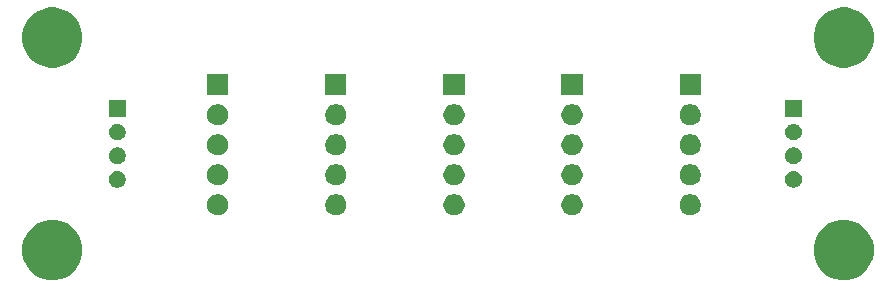
<source format=gts>
G04 #@! TF.GenerationSoftware,KiCad,Pcbnew,(5.1.5)-3*
G04 #@! TF.CreationDate,2020-09-01T16:09:18+01:00*
G04 #@! TF.ProjectId,groveToPi,67726f76-6554-46f5-9069-2e6b69636164,1.1.0*
G04 #@! TF.SameCoordinates,Original*
G04 #@! TF.FileFunction,Soldermask,Top*
G04 #@! TF.FilePolarity,Negative*
%FSLAX46Y46*%
G04 Gerber Fmt 4.6, Leading zero omitted, Abs format (unit mm)*
G04 Created by KiCad (PCBNEW (5.1.5)-3) date 2020-09-01 16:09:18*
%MOMM*%
%LPD*%
G04 APERTURE LIST*
%ADD10C,0.150000*%
G04 APERTURE END LIST*
D10*
G36*
X155744041Y-111547226D02*
G01*
X156208257Y-111739510D01*
X156626042Y-112018665D01*
X156981335Y-112373958D01*
X157260490Y-112791743D01*
X157452774Y-113255959D01*
X157550800Y-113748768D01*
X157550800Y-114251232D01*
X157452774Y-114744041D01*
X157260490Y-115208257D01*
X156981335Y-115626042D01*
X156626042Y-115981335D01*
X156208257Y-116260490D01*
X155744041Y-116452774D01*
X155251232Y-116550800D01*
X154748768Y-116550800D01*
X154255959Y-116452774D01*
X153791743Y-116260490D01*
X153373958Y-115981335D01*
X153018665Y-115626042D01*
X152739510Y-115208257D01*
X152547226Y-114744041D01*
X152449200Y-114251232D01*
X152449200Y-113748768D01*
X152547226Y-113255959D01*
X152739510Y-112791743D01*
X153018665Y-112373958D01*
X153373958Y-112018665D01*
X153791743Y-111739510D01*
X154255959Y-111547226D01*
X154748768Y-111449200D01*
X155251232Y-111449200D01*
X155744041Y-111547226D01*
G37*
G36*
X88744041Y-111547226D02*
G01*
X89208257Y-111739510D01*
X89626042Y-112018665D01*
X89981335Y-112373958D01*
X90260490Y-112791743D01*
X90452774Y-113255959D01*
X90550800Y-113748768D01*
X90550800Y-114251232D01*
X90452774Y-114744041D01*
X90260490Y-115208257D01*
X89981335Y-115626042D01*
X89626042Y-115981335D01*
X89208257Y-116260490D01*
X88744041Y-116452774D01*
X88251232Y-116550800D01*
X87748768Y-116550800D01*
X87255959Y-116452774D01*
X86791743Y-116260490D01*
X86373958Y-115981335D01*
X86018665Y-115626042D01*
X85739510Y-115208257D01*
X85547226Y-114744041D01*
X85449200Y-114251232D01*
X85449200Y-113748768D01*
X85547226Y-113255959D01*
X85739510Y-112791743D01*
X86018665Y-112373958D01*
X86373958Y-112018665D01*
X86791743Y-111739510D01*
X87255959Y-111547226D01*
X87748768Y-111449200D01*
X88251232Y-111449200D01*
X88744041Y-111547226D01*
G37*
G36*
X132262754Y-109293817D02*
G01*
X132426689Y-109361721D01*
X132574227Y-109460303D01*
X132699697Y-109585773D01*
X132798279Y-109733311D01*
X132866183Y-109897246D01*
X132900800Y-110071279D01*
X132900800Y-110248721D01*
X132866183Y-110422754D01*
X132798279Y-110586689D01*
X132699697Y-110734227D01*
X132574227Y-110859697D01*
X132426689Y-110958279D01*
X132262754Y-111026183D01*
X132088721Y-111060800D01*
X131911279Y-111060800D01*
X131737246Y-111026183D01*
X131573311Y-110958279D01*
X131425773Y-110859697D01*
X131300303Y-110734227D01*
X131201721Y-110586689D01*
X131133817Y-110422754D01*
X131099200Y-110248721D01*
X131099200Y-110071279D01*
X131133817Y-109897246D01*
X131201721Y-109733311D01*
X131300303Y-109585773D01*
X131425773Y-109460303D01*
X131573311Y-109361721D01*
X131737246Y-109293817D01*
X131911279Y-109259200D01*
X132088721Y-109259200D01*
X132262754Y-109293817D01*
G37*
G36*
X122262754Y-109293817D02*
G01*
X122426689Y-109361721D01*
X122574227Y-109460303D01*
X122699697Y-109585773D01*
X122798279Y-109733311D01*
X122866183Y-109897246D01*
X122900800Y-110071279D01*
X122900800Y-110248721D01*
X122866183Y-110422754D01*
X122798279Y-110586689D01*
X122699697Y-110734227D01*
X122574227Y-110859697D01*
X122426689Y-110958279D01*
X122262754Y-111026183D01*
X122088721Y-111060800D01*
X121911279Y-111060800D01*
X121737246Y-111026183D01*
X121573311Y-110958279D01*
X121425773Y-110859697D01*
X121300303Y-110734227D01*
X121201721Y-110586689D01*
X121133817Y-110422754D01*
X121099200Y-110248721D01*
X121099200Y-110071279D01*
X121133817Y-109897246D01*
X121201721Y-109733311D01*
X121300303Y-109585773D01*
X121425773Y-109460303D01*
X121573311Y-109361721D01*
X121737246Y-109293817D01*
X121911279Y-109259200D01*
X122088721Y-109259200D01*
X122262754Y-109293817D01*
G37*
G36*
X112262754Y-109293817D02*
G01*
X112426689Y-109361721D01*
X112574227Y-109460303D01*
X112699697Y-109585773D01*
X112798279Y-109733311D01*
X112866183Y-109897246D01*
X112900800Y-110071279D01*
X112900800Y-110248721D01*
X112866183Y-110422754D01*
X112798279Y-110586689D01*
X112699697Y-110734227D01*
X112574227Y-110859697D01*
X112426689Y-110958279D01*
X112262754Y-111026183D01*
X112088721Y-111060800D01*
X111911279Y-111060800D01*
X111737246Y-111026183D01*
X111573311Y-110958279D01*
X111425773Y-110859697D01*
X111300303Y-110734227D01*
X111201721Y-110586689D01*
X111133817Y-110422754D01*
X111099200Y-110248721D01*
X111099200Y-110071279D01*
X111133817Y-109897246D01*
X111201721Y-109733311D01*
X111300303Y-109585773D01*
X111425773Y-109460303D01*
X111573311Y-109361721D01*
X111737246Y-109293817D01*
X111911279Y-109259200D01*
X112088721Y-109259200D01*
X112262754Y-109293817D01*
G37*
G36*
X102262754Y-109293817D02*
G01*
X102426689Y-109361721D01*
X102574227Y-109460303D01*
X102699697Y-109585773D01*
X102798279Y-109733311D01*
X102866183Y-109897246D01*
X102900800Y-110071279D01*
X102900800Y-110248721D01*
X102866183Y-110422754D01*
X102798279Y-110586689D01*
X102699697Y-110734227D01*
X102574227Y-110859697D01*
X102426689Y-110958279D01*
X102262754Y-111026183D01*
X102088721Y-111060800D01*
X101911279Y-111060800D01*
X101737246Y-111026183D01*
X101573311Y-110958279D01*
X101425773Y-110859697D01*
X101300303Y-110734227D01*
X101201721Y-110586689D01*
X101133817Y-110422754D01*
X101099200Y-110248721D01*
X101099200Y-110071279D01*
X101133817Y-109897246D01*
X101201721Y-109733311D01*
X101300303Y-109585773D01*
X101425773Y-109460303D01*
X101573311Y-109361721D01*
X101737246Y-109293817D01*
X101911279Y-109259200D01*
X102088721Y-109259200D01*
X102262754Y-109293817D01*
G37*
G36*
X142262754Y-109293817D02*
G01*
X142426689Y-109361721D01*
X142574227Y-109460303D01*
X142699697Y-109585773D01*
X142798279Y-109733311D01*
X142866183Y-109897246D01*
X142900800Y-110071279D01*
X142900800Y-110248721D01*
X142866183Y-110422754D01*
X142798279Y-110586689D01*
X142699697Y-110734227D01*
X142574227Y-110859697D01*
X142426689Y-110958279D01*
X142262754Y-111026183D01*
X142088721Y-111060800D01*
X141911279Y-111060800D01*
X141737246Y-111026183D01*
X141573311Y-110958279D01*
X141425773Y-110859697D01*
X141300303Y-110734227D01*
X141201721Y-110586689D01*
X141133817Y-110422754D01*
X141099200Y-110248721D01*
X141099200Y-110071279D01*
X141133817Y-109897246D01*
X141201721Y-109733311D01*
X141300303Y-109585773D01*
X141425773Y-109460303D01*
X141573311Y-109361721D01*
X141737246Y-109293817D01*
X141911279Y-109259200D01*
X142088721Y-109259200D01*
X142262754Y-109293817D01*
G37*
G36*
X93705583Y-107322285D02*
G01*
X93833847Y-107375414D01*
X93949285Y-107452547D01*
X94047453Y-107550715D01*
X94124586Y-107666153D01*
X94177715Y-107794417D01*
X94204800Y-107930583D01*
X94204800Y-108069417D01*
X94177715Y-108205583D01*
X94124586Y-108333847D01*
X94124585Y-108333848D01*
X94068171Y-108418279D01*
X94047453Y-108449285D01*
X93949285Y-108547453D01*
X93833847Y-108624586D01*
X93705583Y-108677715D01*
X93569417Y-108704800D01*
X93430583Y-108704800D01*
X93294417Y-108677715D01*
X93166153Y-108624586D01*
X93050715Y-108547453D01*
X92952547Y-108449285D01*
X92931830Y-108418279D01*
X92875415Y-108333848D01*
X92875414Y-108333847D01*
X92822285Y-108205583D01*
X92795200Y-108069417D01*
X92795200Y-107930583D01*
X92822285Y-107794417D01*
X92875414Y-107666153D01*
X92952547Y-107550715D01*
X93050715Y-107452547D01*
X93166153Y-107375414D01*
X93294417Y-107322285D01*
X93430583Y-107295200D01*
X93569417Y-107295200D01*
X93705583Y-107322285D01*
G37*
G36*
X150955583Y-107322285D02*
G01*
X151083847Y-107375414D01*
X151199285Y-107452547D01*
X151297453Y-107550715D01*
X151374586Y-107666153D01*
X151427715Y-107794417D01*
X151454800Y-107930583D01*
X151454800Y-108069417D01*
X151427715Y-108205583D01*
X151374586Y-108333847D01*
X151374585Y-108333848D01*
X151318171Y-108418279D01*
X151297453Y-108449285D01*
X151199285Y-108547453D01*
X151083847Y-108624586D01*
X150955583Y-108677715D01*
X150819417Y-108704800D01*
X150680583Y-108704800D01*
X150544417Y-108677715D01*
X150416153Y-108624586D01*
X150300715Y-108547453D01*
X150202547Y-108449285D01*
X150181830Y-108418279D01*
X150125415Y-108333848D01*
X150125414Y-108333847D01*
X150072285Y-108205583D01*
X150045200Y-108069417D01*
X150045200Y-107930583D01*
X150072285Y-107794417D01*
X150125414Y-107666153D01*
X150202547Y-107550715D01*
X150300715Y-107452547D01*
X150416153Y-107375414D01*
X150544417Y-107322285D01*
X150680583Y-107295200D01*
X150819417Y-107295200D01*
X150955583Y-107322285D01*
G37*
G36*
X142262754Y-106753817D02*
G01*
X142426689Y-106821721D01*
X142574227Y-106920303D01*
X142699697Y-107045773D01*
X142798279Y-107193311D01*
X142866183Y-107357246D01*
X142900800Y-107531279D01*
X142900800Y-107708721D01*
X142866183Y-107882754D01*
X142798279Y-108046689D01*
X142699697Y-108194227D01*
X142574227Y-108319697D01*
X142426689Y-108418279D01*
X142262754Y-108486183D01*
X142088721Y-108520800D01*
X141911279Y-108520800D01*
X141737246Y-108486183D01*
X141573311Y-108418279D01*
X141425773Y-108319697D01*
X141300303Y-108194227D01*
X141201721Y-108046689D01*
X141133817Y-107882754D01*
X141099200Y-107708721D01*
X141099200Y-107531279D01*
X141133817Y-107357246D01*
X141201721Y-107193311D01*
X141300303Y-107045773D01*
X141425773Y-106920303D01*
X141573311Y-106821721D01*
X141737246Y-106753817D01*
X141911279Y-106719200D01*
X142088721Y-106719200D01*
X142262754Y-106753817D01*
G37*
G36*
X102262754Y-106753817D02*
G01*
X102426689Y-106821721D01*
X102574227Y-106920303D01*
X102699697Y-107045773D01*
X102798279Y-107193311D01*
X102866183Y-107357246D01*
X102900800Y-107531279D01*
X102900800Y-107708721D01*
X102866183Y-107882754D01*
X102798279Y-108046689D01*
X102699697Y-108194227D01*
X102574227Y-108319697D01*
X102426689Y-108418279D01*
X102262754Y-108486183D01*
X102088721Y-108520800D01*
X101911279Y-108520800D01*
X101737246Y-108486183D01*
X101573311Y-108418279D01*
X101425773Y-108319697D01*
X101300303Y-108194227D01*
X101201721Y-108046689D01*
X101133817Y-107882754D01*
X101099200Y-107708721D01*
X101099200Y-107531279D01*
X101133817Y-107357246D01*
X101201721Y-107193311D01*
X101300303Y-107045773D01*
X101425773Y-106920303D01*
X101573311Y-106821721D01*
X101737246Y-106753817D01*
X101911279Y-106719200D01*
X102088721Y-106719200D01*
X102262754Y-106753817D01*
G37*
G36*
X112262754Y-106753817D02*
G01*
X112426689Y-106821721D01*
X112574227Y-106920303D01*
X112699697Y-107045773D01*
X112798279Y-107193311D01*
X112866183Y-107357246D01*
X112900800Y-107531279D01*
X112900800Y-107708721D01*
X112866183Y-107882754D01*
X112798279Y-108046689D01*
X112699697Y-108194227D01*
X112574227Y-108319697D01*
X112426689Y-108418279D01*
X112262754Y-108486183D01*
X112088721Y-108520800D01*
X111911279Y-108520800D01*
X111737246Y-108486183D01*
X111573311Y-108418279D01*
X111425773Y-108319697D01*
X111300303Y-108194227D01*
X111201721Y-108046689D01*
X111133817Y-107882754D01*
X111099200Y-107708721D01*
X111099200Y-107531279D01*
X111133817Y-107357246D01*
X111201721Y-107193311D01*
X111300303Y-107045773D01*
X111425773Y-106920303D01*
X111573311Y-106821721D01*
X111737246Y-106753817D01*
X111911279Y-106719200D01*
X112088721Y-106719200D01*
X112262754Y-106753817D01*
G37*
G36*
X122262754Y-106753817D02*
G01*
X122426689Y-106821721D01*
X122574227Y-106920303D01*
X122699697Y-107045773D01*
X122798279Y-107193311D01*
X122866183Y-107357246D01*
X122900800Y-107531279D01*
X122900800Y-107708721D01*
X122866183Y-107882754D01*
X122798279Y-108046689D01*
X122699697Y-108194227D01*
X122574227Y-108319697D01*
X122426689Y-108418279D01*
X122262754Y-108486183D01*
X122088721Y-108520800D01*
X121911279Y-108520800D01*
X121737246Y-108486183D01*
X121573311Y-108418279D01*
X121425773Y-108319697D01*
X121300303Y-108194227D01*
X121201721Y-108046689D01*
X121133817Y-107882754D01*
X121099200Y-107708721D01*
X121099200Y-107531279D01*
X121133817Y-107357246D01*
X121201721Y-107193311D01*
X121300303Y-107045773D01*
X121425773Y-106920303D01*
X121573311Y-106821721D01*
X121737246Y-106753817D01*
X121911279Y-106719200D01*
X122088721Y-106719200D01*
X122262754Y-106753817D01*
G37*
G36*
X132262754Y-106753817D02*
G01*
X132426689Y-106821721D01*
X132574227Y-106920303D01*
X132699697Y-107045773D01*
X132798279Y-107193311D01*
X132866183Y-107357246D01*
X132900800Y-107531279D01*
X132900800Y-107708721D01*
X132866183Y-107882754D01*
X132798279Y-108046689D01*
X132699697Y-108194227D01*
X132574227Y-108319697D01*
X132426689Y-108418279D01*
X132262754Y-108486183D01*
X132088721Y-108520800D01*
X131911279Y-108520800D01*
X131737246Y-108486183D01*
X131573311Y-108418279D01*
X131425773Y-108319697D01*
X131300303Y-108194227D01*
X131201721Y-108046689D01*
X131133817Y-107882754D01*
X131099200Y-107708721D01*
X131099200Y-107531279D01*
X131133817Y-107357246D01*
X131201721Y-107193311D01*
X131300303Y-107045773D01*
X131425773Y-106920303D01*
X131573311Y-106821721D01*
X131737246Y-106753817D01*
X131911279Y-106719200D01*
X132088721Y-106719200D01*
X132262754Y-106753817D01*
G37*
G36*
X93705583Y-105322285D02*
G01*
X93833847Y-105375414D01*
X93949285Y-105452547D01*
X94047453Y-105550715D01*
X94124586Y-105666153D01*
X94177715Y-105794417D01*
X94204800Y-105930583D01*
X94204800Y-106069417D01*
X94177715Y-106205583D01*
X94124586Y-106333847D01*
X94047453Y-106449285D01*
X93949285Y-106547453D01*
X93833847Y-106624586D01*
X93705583Y-106677715D01*
X93569417Y-106704800D01*
X93430583Y-106704800D01*
X93294417Y-106677715D01*
X93166153Y-106624586D01*
X93050715Y-106547453D01*
X92952547Y-106449285D01*
X92875414Y-106333847D01*
X92822285Y-106205583D01*
X92795200Y-106069417D01*
X92795200Y-105930583D01*
X92822285Y-105794417D01*
X92875414Y-105666153D01*
X92952547Y-105550715D01*
X93050715Y-105452547D01*
X93166153Y-105375414D01*
X93294417Y-105322285D01*
X93430583Y-105295200D01*
X93569417Y-105295200D01*
X93705583Y-105322285D01*
G37*
G36*
X150955583Y-105322285D02*
G01*
X151083847Y-105375414D01*
X151199285Y-105452547D01*
X151297453Y-105550715D01*
X151374586Y-105666153D01*
X151427715Y-105794417D01*
X151454800Y-105930583D01*
X151454800Y-106069417D01*
X151427715Y-106205583D01*
X151374586Y-106333847D01*
X151297453Y-106449285D01*
X151199285Y-106547453D01*
X151083847Y-106624586D01*
X150955583Y-106677715D01*
X150819417Y-106704800D01*
X150680583Y-106704800D01*
X150544417Y-106677715D01*
X150416153Y-106624586D01*
X150300715Y-106547453D01*
X150202547Y-106449285D01*
X150125414Y-106333847D01*
X150072285Y-106205583D01*
X150045200Y-106069417D01*
X150045200Y-105930583D01*
X150072285Y-105794417D01*
X150125414Y-105666153D01*
X150202547Y-105550715D01*
X150300715Y-105452547D01*
X150416153Y-105375414D01*
X150544417Y-105322285D01*
X150680583Y-105295200D01*
X150819417Y-105295200D01*
X150955583Y-105322285D01*
G37*
G36*
X132262754Y-104213817D02*
G01*
X132426689Y-104281721D01*
X132574227Y-104380303D01*
X132699697Y-104505773D01*
X132798279Y-104653311D01*
X132866183Y-104817246D01*
X132900800Y-104991279D01*
X132900800Y-105168721D01*
X132866183Y-105342754D01*
X132798279Y-105506689D01*
X132699697Y-105654227D01*
X132574227Y-105779697D01*
X132426689Y-105878279D01*
X132262754Y-105946183D01*
X132088721Y-105980800D01*
X131911279Y-105980800D01*
X131737246Y-105946183D01*
X131573311Y-105878279D01*
X131425773Y-105779697D01*
X131300303Y-105654227D01*
X131201721Y-105506689D01*
X131133817Y-105342754D01*
X131099200Y-105168721D01*
X131099200Y-104991279D01*
X131133817Y-104817246D01*
X131201721Y-104653311D01*
X131300303Y-104505773D01*
X131425773Y-104380303D01*
X131573311Y-104281721D01*
X131737246Y-104213817D01*
X131911279Y-104179200D01*
X132088721Y-104179200D01*
X132262754Y-104213817D01*
G37*
G36*
X122262754Y-104213817D02*
G01*
X122426689Y-104281721D01*
X122574227Y-104380303D01*
X122699697Y-104505773D01*
X122798279Y-104653311D01*
X122866183Y-104817246D01*
X122900800Y-104991279D01*
X122900800Y-105168721D01*
X122866183Y-105342754D01*
X122798279Y-105506689D01*
X122699697Y-105654227D01*
X122574227Y-105779697D01*
X122426689Y-105878279D01*
X122262754Y-105946183D01*
X122088721Y-105980800D01*
X121911279Y-105980800D01*
X121737246Y-105946183D01*
X121573311Y-105878279D01*
X121425773Y-105779697D01*
X121300303Y-105654227D01*
X121201721Y-105506689D01*
X121133817Y-105342754D01*
X121099200Y-105168721D01*
X121099200Y-104991279D01*
X121133817Y-104817246D01*
X121201721Y-104653311D01*
X121300303Y-104505773D01*
X121425773Y-104380303D01*
X121573311Y-104281721D01*
X121737246Y-104213817D01*
X121911279Y-104179200D01*
X122088721Y-104179200D01*
X122262754Y-104213817D01*
G37*
G36*
X142262754Y-104213817D02*
G01*
X142426689Y-104281721D01*
X142574227Y-104380303D01*
X142699697Y-104505773D01*
X142798279Y-104653311D01*
X142866183Y-104817246D01*
X142900800Y-104991279D01*
X142900800Y-105168721D01*
X142866183Y-105342754D01*
X142798279Y-105506689D01*
X142699697Y-105654227D01*
X142574227Y-105779697D01*
X142426689Y-105878279D01*
X142262754Y-105946183D01*
X142088721Y-105980800D01*
X141911279Y-105980800D01*
X141737246Y-105946183D01*
X141573311Y-105878279D01*
X141425773Y-105779697D01*
X141300303Y-105654227D01*
X141201721Y-105506689D01*
X141133817Y-105342754D01*
X141099200Y-105168721D01*
X141099200Y-104991279D01*
X141133817Y-104817246D01*
X141201721Y-104653311D01*
X141300303Y-104505773D01*
X141425773Y-104380303D01*
X141573311Y-104281721D01*
X141737246Y-104213817D01*
X141911279Y-104179200D01*
X142088721Y-104179200D01*
X142262754Y-104213817D01*
G37*
G36*
X112262754Y-104213817D02*
G01*
X112426689Y-104281721D01*
X112574227Y-104380303D01*
X112699697Y-104505773D01*
X112798279Y-104653311D01*
X112866183Y-104817246D01*
X112900800Y-104991279D01*
X112900800Y-105168721D01*
X112866183Y-105342754D01*
X112798279Y-105506689D01*
X112699697Y-105654227D01*
X112574227Y-105779697D01*
X112426689Y-105878279D01*
X112262754Y-105946183D01*
X112088721Y-105980800D01*
X111911279Y-105980800D01*
X111737246Y-105946183D01*
X111573311Y-105878279D01*
X111425773Y-105779697D01*
X111300303Y-105654227D01*
X111201721Y-105506689D01*
X111133817Y-105342754D01*
X111099200Y-105168721D01*
X111099200Y-104991279D01*
X111133817Y-104817246D01*
X111201721Y-104653311D01*
X111300303Y-104505773D01*
X111425773Y-104380303D01*
X111573311Y-104281721D01*
X111737246Y-104213817D01*
X111911279Y-104179200D01*
X112088721Y-104179200D01*
X112262754Y-104213817D01*
G37*
G36*
X102262754Y-104213817D02*
G01*
X102426689Y-104281721D01*
X102574227Y-104380303D01*
X102699697Y-104505773D01*
X102798279Y-104653311D01*
X102866183Y-104817246D01*
X102900800Y-104991279D01*
X102900800Y-105168721D01*
X102866183Y-105342754D01*
X102798279Y-105506689D01*
X102699697Y-105654227D01*
X102574227Y-105779697D01*
X102426689Y-105878279D01*
X102262754Y-105946183D01*
X102088721Y-105980800D01*
X101911279Y-105980800D01*
X101737246Y-105946183D01*
X101573311Y-105878279D01*
X101425773Y-105779697D01*
X101300303Y-105654227D01*
X101201721Y-105506689D01*
X101133817Y-105342754D01*
X101099200Y-105168721D01*
X101099200Y-104991279D01*
X101133817Y-104817246D01*
X101201721Y-104653311D01*
X101300303Y-104505773D01*
X101425773Y-104380303D01*
X101573311Y-104281721D01*
X101737246Y-104213817D01*
X101911279Y-104179200D01*
X102088721Y-104179200D01*
X102262754Y-104213817D01*
G37*
G36*
X93705583Y-103322285D02*
G01*
X93833847Y-103375414D01*
X93833848Y-103375415D01*
X93931705Y-103440800D01*
X93949285Y-103452547D01*
X94047453Y-103550715D01*
X94124586Y-103666153D01*
X94177715Y-103794417D01*
X94204800Y-103930583D01*
X94204800Y-104069417D01*
X94177715Y-104205583D01*
X94124586Y-104333847D01*
X94047453Y-104449285D01*
X93949285Y-104547453D01*
X93833847Y-104624586D01*
X93705583Y-104677715D01*
X93569417Y-104704800D01*
X93430583Y-104704800D01*
X93294417Y-104677715D01*
X93166153Y-104624586D01*
X93050715Y-104547453D01*
X92952547Y-104449285D01*
X92875414Y-104333847D01*
X92822285Y-104205583D01*
X92795200Y-104069417D01*
X92795200Y-103930583D01*
X92822285Y-103794417D01*
X92875414Y-103666153D01*
X92952547Y-103550715D01*
X93050715Y-103452547D01*
X93068296Y-103440800D01*
X93166152Y-103375415D01*
X93166153Y-103375414D01*
X93294417Y-103322285D01*
X93430583Y-103295200D01*
X93569417Y-103295200D01*
X93705583Y-103322285D01*
G37*
G36*
X150955583Y-103322285D02*
G01*
X151083847Y-103375414D01*
X151083848Y-103375415D01*
X151181705Y-103440800D01*
X151199285Y-103452547D01*
X151297453Y-103550715D01*
X151374586Y-103666153D01*
X151427715Y-103794417D01*
X151454800Y-103930583D01*
X151454800Y-104069417D01*
X151427715Y-104205583D01*
X151374586Y-104333847D01*
X151297453Y-104449285D01*
X151199285Y-104547453D01*
X151083847Y-104624586D01*
X150955583Y-104677715D01*
X150819417Y-104704800D01*
X150680583Y-104704800D01*
X150544417Y-104677715D01*
X150416153Y-104624586D01*
X150300715Y-104547453D01*
X150202547Y-104449285D01*
X150125414Y-104333847D01*
X150072285Y-104205583D01*
X150045200Y-104069417D01*
X150045200Y-103930583D01*
X150072285Y-103794417D01*
X150125414Y-103666153D01*
X150202547Y-103550715D01*
X150300715Y-103452547D01*
X150318296Y-103440800D01*
X150416152Y-103375415D01*
X150416153Y-103375414D01*
X150544417Y-103322285D01*
X150680583Y-103295200D01*
X150819417Y-103295200D01*
X150955583Y-103322285D01*
G37*
G36*
X102262754Y-101673817D02*
G01*
X102426689Y-101741721D01*
X102574227Y-101840303D01*
X102699697Y-101965773D01*
X102798279Y-102113311D01*
X102866183Y-102277246D01*
X102900800Y-102451279D01*
X102900800Y-102628721D01*
X102866183Y-102802754D01*
X102798279Y-102966689D01*
X102699697Y-103114227D01*
X102574227Y-103239697D01*
X102426689Y-103338279D01*
X102262754Y-103406183D01*
X102088721Y-103440800D01*
X101911279Y-103440800D01*
X101737246Y-103406183D01*
X101573311Y-103338279D01*
X101425773Y-103239697D01*
X101300303Y-103114227D01*
X101201721Y-102966689D01*
X101133817Y-102802754D01*
X101099200Y-102628721D01*
X101099200Y-102451279D01*
X101133817Y-102277246D01*
X101201721Y-102113311D01*
X101300303Y-101965773D01*
X101425773Y-101840303D01*
X101573311Y-101741721D01*
X101737246Y-101673817D01*
X101911279Y-101639200D01*
X102088721Y-101639200D01*
X102262754Y-101673817D01*
G37*
G36*
X142262754Y-101673817D02*
G01*
X142426689Y-101741721D01*
X142574227Y-101840303D01*
X142699697Y-101965773D01*
X142798279Y-102113311D01*
X142866183Y-102277246D01*
X142900800Y-102451279D01*
X142900800Y-102628721D01*
X142866183Y-102802754D01*
X142798279Y-102966689D01*
X142699697Y-103114227D01*
X142574227Y-103239697D01*
X142426689Y-103338279D01*
X142262754Y-103406183D01*
X142088721Y-103440800D01*
X141911279Y-103440800D01*
X141737246Y-103406183D01*
X141573311Y-103338279D01*
X141425773Y-103239697D01*
X141300303Y-103114227D01*
X141201721Y-102966689D01*
X141133817Y-102802754D01*
X141099200Y-102628721D01*
X141099200Y-102451279D01*
X141133817Y-102277246D01*
X141201721Y-102113311D01*
X141300303Y-101965773D01*
X141425773Y-101840303D01*
X141573311Y-101741721D01*
X141737246Y-101673817D01*
X141911279Y-101639200D01*
X142088721Y-101639200D01*
X142262754Y-101673817D01*
G37*
G36*
X132262754Y-101673817D02*
G01*
X132426689Y-101741721D01*
X132574227Y-101840303D01*
X132699697Y-101965773D01*
X132798279Y-102113311D01*
X132866183Y-102277246D01*
X132900800Y-102451279D01*
X132900800Y-102628721D01*
X132866183Y-102802754D01*
X132798279Y-102966689D01*
X132699697Y-103114227D01*
X132574227Y-103239697D01*
X132426689Y-103338279D01*
X132262754Y-103406183D01*
X132088721Y-103440800D01*
X131911279Y-103440800D01*
X131737246Y-103406183D01*
X131573311Y-103338279D01*
X131425773Y-103239697D01*
X131300303Y-103114227D01*
X131201721Y-102966689D01*
X131133817Y-102802754D01*
X131099200Y-102628721D01*
X131099200Y-102451279D01*
X131133817Y-102277246D01*
X131201721Y-102113311D01*
X131300303Y-101965773D01*
X131425773Y-101840303D01*
X131573311Y-101741721D01*
X131737246Y-101673817D01*
X131911279Y-101639200D01*
X132088721Y-101639200D01*
X132262754Y-101673817D01*
G37*
G36*
X122262754Y-101673817D02*
G01*
X122426689Y-101741721D01*
X122574227Y-101840303D01*
X122699697Y-101965773D01*
X122798279Y-102113311D01*
X122866183Y-102277246D01*
X122900800Y-102451279D01*
X122900800Y-102628721D01*
X122866183Y-102802754D01*
X122798279Y-102966689D01*
X122699697Y-103114227D01*
X122574227Y-103239697D01*
X122426689Y-103338279D01*
X122262754Y-103406183D01*
X122088721Y-103440800D01*
X121911279Y-103440800D01*
X121737246Y-103406183D01*
X121573311Y-103338279D01*
X121425773Y-103239697D01*
X121300303Y-103114227D01*
X121201721Y-102966689D01*
X121133817Y-102802754D01*
X121099200Y-102628721D01*
X121099200Y-102451279D01*
X121133817Y-102277246D01*
X121201721Y-102113311D01*
X121300303Y-101965773D01*
X121425773Y-101840303D01*
X121573311Y-101741721D01*
X121737246Y-101673817D01*
X121911279Y-101639200D01*
X122088721Y-101639200D01*
X122262754Y-101673817D01*
G37*
G36*
X112262754Y-101673817D02*
G01*
X112426689Y-101741721D01*
X112574227Y-101840303D01*
X112699697Y-101965773D01*
X112798279Y-102113311D01*
X112866183Y-102277246D01*
X112900800Y-102451279D01*
X112900800Y-102628721D01*
X112866183Y-102802754D01*
X112798279Y-102966689D01*
X112699697Y-103114227D01*
X112574227Y-103239697D01*
X112426689Y-103338279D01*
X112262754Y-103406183D01*
X112088721Y-103440800D01*
X111911279Y-103440800D01*
X111737246Y-103406183D01*
X111573311Y-103338279D01*
X111425773Y-103239697D01*
X111300303Y-103114227D01*
X111201721Y-102966689D01*
X111133817Y-102802754D01*
X111099200Y-102628721D01*
X111099200Y-102451279D01*
X111133817Y-102277246D01*
X111201721Y-102113311D01*
X111300303Y-101965773D01*
X111425773Y-101840303D01*
X111573311Y-101741721D01*
X111737246Y-101673817D01*
X111911279Y-101639200D01*
X112088721Y-101639200D01*
X112262754Y-101673817D01*
G37*
G36*
X151454800Y-102704800D02*
G01*
X150045200Y-102704800D01*
X150045200Y-101295200D01*
X151454800Y-101295200D01*
X151454800Y-102704800D01*
G37*
G36*
X94204800Y-102704800D02*
G01*
X92795200Y-102704800D01*
X92795200Y-101295200D01*
X94204800Y-101295200D01*
X94204800Y-102704800D01*
G37*
G36*
X112900800Y-100900800D02*
G01*
X111099200Y-100900800D01*
X111099200Y-99099200D01*
X112900800Y-99099200D01*
X112900800Y-100900800D01*
G37*
G36*
X102900800Y-100900800D02*
G01*
X101099200Y-100900800D01*
X101099200Y-99099200D01*
X102900800Y-99099200D01*
X102900800Y-100900800D01*
G37*
G36*
X142900800Y-100900800D02*
G01*
X141099200Y-100900800D01*
X141099200Y-99099200D01*
X142900800Y-99099200D01*
X142900800Y-100900800D01*
G37*
G36*
X132900800Y-100900800D02*
G01*
X131099200Y-100900800D01*
X131099200Y-99099200D01*
X132900800Y-99099200D01*
X132900800Y-100900800D01*
G37*
G36*
X122900800Y-100900800D02*
G01*
X121099200Y-100900800D01*
X121099200Y-99099200D01*
X122900800Y-99099200D01*
X122900800Y-100900800D01*
G37*
G36*
X88744041Y-93547226D02*
G01*
X89208257Y-93739510D01*
X89626042Y-94018665D01*
X89981335Y-94373958D01*
X90260490Y-94791743D01*
X90452774Y-95255959D01*
X90550800Y-95748768D01*
X90550800Y-96251232D01*
X90452774Y-96744041D01*
X90260490Y-97208257D01*
X89981335Y-97626042D01*
X89626042Y-97981335D01*
X89208257Y-98260490D01*
X88744041Y-98452774D01*
X88251232Y-98550800D01*
X87748768Y-98550800D01*
X87255959Y-98452774D01*
X86791743Y-98260490D01*
X86373958Y-97981335D01*
X86018665Y-97626042D01*
X85739510Y-97208257D01*
X85547226Y-96744041D01*
X85449200Y-96251232D01*
X85449200Y-95748768D01*
X85547226Y-95255959D01*
X85739510Y-94791743D01*
X86018665Y-94373958D01*
X86373958Y-94018665D01*
X86791743Y-93739510D01*
X87255959Y-93547226D01*
X87748768Y-93449200D01*
X88251232Y-93449200D01*
X88744041Y-93547226D01*
G37*
G36*
X155744041Y-93547226D02*
G01*
X156208257Y-93739510D01*
X156626042Y-94018665D01*
X156981335Y-94373958D01*
X157260490Y-94791743D01*
X157452774Y-95255959D01*
X157550800Y-95748768D01*
X157550800Y-96251232D01*
X157452774Y-96744041D01*
X157260490Y-97208257D01*
X156981335Y-97626042D01*
X156626042Y-97981335D01*
X156208257Y-98260490D01*
X155744041Y-98452774D01*
X155251232Y-98550800D01*
X154748768Y-98550800D01*
X154255959Y-98452774D01*
X153791743Y-98260490D01*
X153373958Y-97981335D01*
X153018665Y-97626042D01*
X152739510Y-97208257D01*
X152547226Y-96744041D01*
X152449200Y-96251232D01*
X152449200Y-95748768D01*
X152547226Y-95255959D01*
X152739510Y-94791743D01*
X153018665Y-94373958D01*
X153373958Y-94018665D01*
X153791743Y-93739510D01*
X154255959Y-93547226D01*
X154748768Y-93449200D01*
X155251232Y-93449200D01*
X155744041Y-93547226D01*
G37*
M02*

</source>
